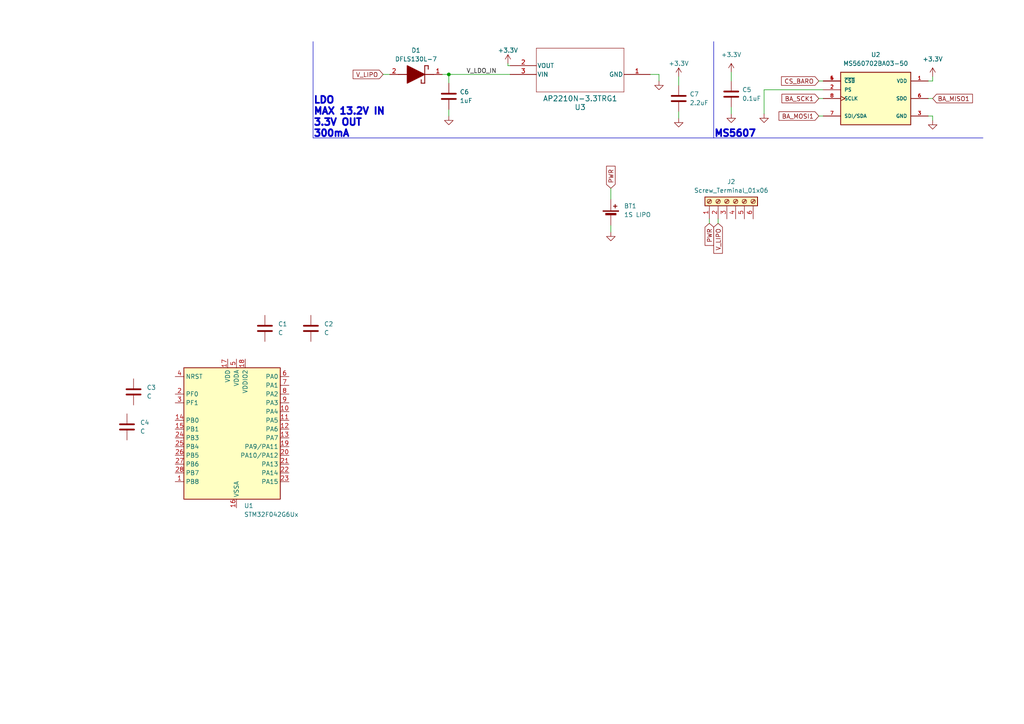
<source format=kicad_sch>
(kicad_sch (version 20230121) (generator eeschema)
  (paper "A4")
  (lib_symbols
    (symbol "AP2210N_3_3TRG1:AP2210N-3.3TRG1" (pin_names (offset 0.254))
      (property "Reference" "U" (at 20.32 10.16 0))
      (property "Value" "AP2210N-3.3TRG1" (at 20.32 7.62 0))
      (symbol "AP2210N-3.3TRG1_0_1"
        (polyline (pts (xy 7.62 -7.62) (xy 33.02 -7.62)) (stroke (width 0.127)))
        (polyline (pts (xy 7.62 5.08) (xy 7.62 -7.62)) (stroke (width 0.127)))
        (polyline (pts (xy 33.02 -7.62) (xy 33.02 5.08)) (stroke (width 0.127)))
        (polyline (pts (xy 33.02 5.08) (xy 7.62 5.08)) (stroke (width 0.127)))
        (pin power_out line (at 0 0 0) (length 7.62) (name "GND") (number "1"))
        (pin output line (at 40.64 -2.54 180) (length 7.62) (name "VOUT") (number "2"))
        (pin unspecified line (at 40.64 0 180) (length 7.62) (name "VIN") (number "3"))
      )
    )
    (symbol "Connector:Screw_Terminal_01x06" (pin_names (offset 1.016) hide)
      (property "Reference" "J" (at 0 7.62 0))
      (property "Value" "Screw_Terminal_01x06" (at 0 -10.16 0))
      (symbol "Screw_Terminal_01x06_1_1"
        (rectangle (start -1.27 6.35) (end 1.27 -8.89) (stroke (width 0.254)) (fill (type background)))
        (circle (center 0 -7.62) (radius 0.635) (stroke (width 0.1524)))
        (circle (center 0 -5.08) (radius 0.635) (stroke (width 0.1524)))
        (circle (center 0 -2.54) (radius 0.635) (stroke (width 0.1524)))
        (polyline (pts (xy -0.5334 -7.2898) (xy 0.3302 -8.128)) (stroke (width 0.1524)))
        (polyline (pts (xy -0.5334 -4.7498) (xy 0.3302 -5.588)) (stroke (width 0.1524)))
        (polyline (pts (xy -0.5334 -2.2098) (xy 0.3302 -3.048)) (stroke (width 0.1524)))
        (polyline (pts (xy -0.5334 0.3302) (xy 0.3302 -0.508)) (stroke (width 0.1524)))
        (polyline (pts (xy -0.5334 2.8702) (xy 0.3302 2.032)) (stroke (width 0.1524)))
        (polyline (pts (xy -0.5334 5.4102) (xy 0.3302 4.572)) (stroke (width 0.1524)))
        (polyline (pts (xy -0.3556 -7.112) (xy 0.508 -7.9502)) (stroke (width 0.1524)))
        (polyline (pts (xy -0.3556 -4.572) (xy 0.508 -5.4102)) (stroke (width 0.1524)))
        (polyline (pts (xy -0.3556 -2.032) (xy 0.508 -2.8702)) (stroke (width 0.1524)))
        (polyline (pts (xy -0.3556 0.508) (xy 0.508 -0.3302)) (stroke (width 0.1524)))
        (polyline (pts (xy -0.3556 3.048) (xy 0.508 2.2098)) (stroke (width 0.1524)))
        (polyline (pts (xy -0.3556 5.588) (xy 0.508 4.7498)) (stroke (width 0.1524)))
        (circle (center 0 0) (radius 0.635) (stroke (width 0.1524)))
        (circle (center 0 2.54) (radius 0.635) (stroke (width 0.1524)))
        (circle (center 0 5.08) (radius 0.635) (stroke (width 0.1524)))
        (pin passive line (at -5.08 5.08 0) (length 3.81) (name "Pin_1") (number "1"))
        (pin passive line (at -5.08 2.54 0) (length 3.81) (name "Pin_2") (number "2"))
        (pin passive line (at -5.08 0 0) (length 3.81) (name "Pin_3") (number "3"))
        (pin passive line (at -5.08 -2.54 0) (length 3.81) (name "Pin_4") (number "4"))
        (pin passive line (at -5.08 -5.08 0) (length 3.81) (name "Pin_5") (number "5"))
        (pin passive line (at -5.08 -7.62 0) (length 3.81) (name "Pin_6") (number "6"))
      )
    )
    (symbol "DFLS130L-7:DFLS130L-7" (pin_names hide)
      (property "Reference" "D" (at 12.7 8.89 0))
      (property "Value" "DFLS130L-7" (at 12.7 6.35 0))
      (symbol "DFLS130L-7_1_1"
        (polyline (pts (xy 5.08 0) (xy 7.62 0)) (stroke (width 0.254)))
        (polyline (pts (xy 6.604 -1.524) (xy 6.604 -2.54)) (stroke (width 0.254)))
        (polyline (pts (xy 7.62 -2.54) (xy 6.604 -2.54)) (stroke (width 0.254)))
        (polyline (pts (xy 7.62 2.54) (xy 7.62 -2.54)) (stroke (width 0.254)))
        (polyline (pts (xy 7.62 2.54) (xy 8.636 2.54)) (stroke (width 0.254)))
        (polyline (pts (xy 8.636 1.524) (xy 8.636 2.54)) (stroke (width 0.254)))
        (polyline (pts (xy 12.7 0) (xy 15.24 0)) (stroke (width 0.254)))
        (polyline (pts (xy 7.62 0) (xy 12.7 2.54) (xy 12.7 -2.54) (xy 7.62 0)) (stroke (width 0.254)) (fill (type outline)))
        (pin passive line (at 2.54 0 0) (length 2.54) (name "K") (number "1"))
        (pin passive line (at 17.78 0 180) (length 2.54) (name "A") (number "2"))
      )
    )
    (symbol "Device:Battery_Cell" (pin_numbers hide) (pin_names (offset 0) hide)
      (property "Reference" "BT" (at 2.54 2.54 0))
      (property "Value" "Battery_Cell" (at 2.54 0 0))
      (symbol "Battery_Cell_0_1"
        (rectangle (start -2.286 1.778) (end 2.286 1.524) (fill (type outline)))
        (rectangle (start -1.524 1.016) (end 1.524 0.508) (fill (type outline)))
        (polyline (pts (xy 0 0.762) (xy 0 0)))
        (polyline (pts (xy 0 1.778) (xy 0 2.54)))
        (polyline (pts (xy 0.762 3.048) (xy 1.778 3.048)) (stroke (width 0.254)))
        (polyline (pts (xy 1.27 3.556) (xy 1.27 2.54)) (stroke (width 0.254)))
      )
      (symbol "Battery_Cell_1_1"
        (pin passive line (at 0 5.08 270) (length 2.54) (name "+") (number "1"))
        (pin passive line (at 0 -2.54 90) (length 2.54) (name "-") (number "2"))
      )
    )
    (symbol "Device:C" (pin_numbers hide) (pin_names (offset 0.254))
      (property "Reference" "C" (at 0.635 2.54 0))
      (property "Value" "C" (at 0.635 -2.54 0))
      (symbol "C_0_1"
        (polyline (pts (xy -2.032 -0.762) (xy 2.032 -0.762)) (stroke (width 0.508)))
        (polyline (pts (xy -2.032 0.762) (xy 2.032 0.762)) (stroke (width 0.508)))
      )
      (symbol "C_1_1"
        (pin passive line (at 0 3.81 270) (length 2.794) (name "~") (number "1"))
        (pin passive line (at 0 -3.81 90) (length 2.794) (name "~") (number "2"))
      )
    )
    (symbol "MCU_ST_STM32F0:STM32F042G6Ux"
      (property "Reference" "U" (at -12.7 21.59 0))
      (property "Value" "STM32F042G6Ux" (at 7.62 21.59 0))
      (symbol "STM32F042G6Ux_0_1"
        (rectangle (start -12.7 -17.78) (end 15.24 20.32) (stroke (width 0.254)) (fill (type background)))
      )
      (symbol "STM32F042G6Ux_1_1"
        (pin bidirectional line (at -15.24 -12.7 0) (length 2.54) (name "PB8") (number "1"))
        (pin bidirectional line (at 17.78 7.62 180) (length 2.54) (name "PA4") (number "10"))
        (pin bidirectional line (at 17.78 5.08 180) (length 2.54) (name "PA5") (number "11"))
        (pin bidirectional line (at 17.78 2.54 180) (length 2.54) (name "PA6") (number "12"))
        (pin bidirectional line (at 17.78 0 180) (length 2.54) (name "PA7") (number "13"))
        (pin bidirectional line (at -15.24 5.08 0) (length 2.54) (name "PB0") (number "14"))
        (pin bidirectional line (at -15.24 2.54 0) (length 2.54) (name "PB1") (number "15"))
        (pin power_in line (at 2.54 -20.32 90) (length 2.54) (name "VSSA") (number "16"))
        (pin power_in line (at 0 22.86 270) (length 2.54) (name "VDD") (number "17"))
        (pin power_in line (at 5.08 22.86 270) (length 2.54) (name "VDDIO2") (number "18"))
        (pin bidirectional line (at 17.78 -2.54 180) (length 2.54) (name "PA9/PA11") (number "19"))
        (pin bidirectional line (at -15.24 12.7 0) (length 2.54) (name "PF0") (number "2"))
        (pin bidirectional line (at 17.78 -5.08 180) (length 2.54) (name "PA10/PA12") (number "20"))
        (pin bidirectional line (at 17.78 -7.62 180) (length 2.54) (name "PA13") (number "21"))
        (pin bidirectional line (at 17.78 -10.16 180) (length 2.54) (name "PA14") (number "22"))
        (pin bidirectional line (at 17.78 -12.7 180) (length 2.54) (name "PA15") (number "23"))
        (pin bidirectional line (at -15.24 0 0) (length 2.54) (name "PB3") (number "24"))
        (pin bidirectional line (at -15.24 -2.54 0) (length 2.54) (name "PB4") (number "25"))
        (pin bidirectional line (at -15.24 -5.08 0) (length 2.54) (name "PB5") (number "26"))
        (pin bidirectional line (at -15.24 -7.62 0) (length 2.54) (name "PB6") (number "27"))
        (pin bidirectional line (at -15.24 -10.16 0) (length 2.54) (name "PB7") (number "28"))
        (pin bidirectional line (at -15.24 10.16 0) (length 2.54) (name "PF1") (number "3"))
        (pin input line (at -15.24 17.78 0) (length 2.54) (name "NRST") (number "4"))
        (pin power_in line (at 2.54 22.86 270) (length 2.54) (name "VDDA") (number "5"))
        (pin bidirectional line (at 17.78 17.78 180) (length 2.54) (name "PA0") (number "6"))
        (pin bidirectional line (at 17.78 15.24 180) (length 2.54) (name "PA1") (number "7"))
        (pin bidirectional line (at 17.78 12.7 180) (length 2.54) (name "PA2") (number "8"))
        (pin bidirectional line (at 17.78 10.16 180) (length 2.54) (name "PA3") (number "9"))
      )
    )
    (symbol "MS560702BA03-50:MS560702BA03-50" (pin_names (offset 1.016))
      (property "Reference" "U" (at -10.1694 8.3898 0))
      (property "Value" "MS560702BA03-50" (at -10.1682 -10.1682 0))
      (symbol "MS560702BA03-50_0_0"
        (rectangle (start -10.16 -7.62) (end 10.16 7.62) (stroke (width 0.254)) (fill (type background)))
        (pin power_in line (at 15.24 5.08 180) (length 5.08) (name "VDD") (number "1"))
        (pin input line (at -15.24 2.54 0) (length 5.08) (name "PS") (number "2"))
        (pin power_in line (at 15.24 -5.08 180) (length 5.08) (name "GND") (number "3"))
        (pin input line (at -15.24 5.08 0) (length 5.08) (name "~{CSB}") (number "4"))
        (pin input line (at -15.24 5.08 0) (length 5.08) (name "~{CSB}") (number "5"))
        (pin output line (at 15.24 0 180) (length 5.08) (name "SDO") (number "6"))
        (pin bidirectional line (at -15.24 -5.08 0) (length 5.08) (name "SDI/SDA") (number "7"))
        (pin input clock (at -15.24 0 0) (length 5.08) (name "SCLK") (number "8"))
      )
    )
    (symbol "power:+3.3V" (power) (pin_names (offset 0))
      (property "Value" "+3.3V" (at 0 3.556 0))
      (symbol "+3.3V_0_1"
        (polyline (pts (xy -0.762 1.27) (xy 0 2.54)))
        (polyline (pts (xy 0 0) (xy 0 2.54)))
        (polyline (pts (xy 0 2.54) (xy 0.762 1.27)))
      )
      (symbol "+3.3V_1_1"
        (pin power_in line (at 0 0 90) (length 0) hide (name "+3.3V") (number "1"))
      )
    )
    (symbol "power:GND" (power) (pin_names (offset 0))
      (property "Value" "GND" (at 0 -3.81 0))
      (symbol "GND_0_1"
        (polyline (pts (xy 0 0) (xy 0 -1.27) (xy 1.27 -1.27) (xy 0 -2.54) (xy -1.27 -1.27) (xy 0 -1.27)))
      )
      (symbol "GND_1_1"
        (pin power_in line (at 0 0 270) (length 0) hide (name "GND") (number "1"))
      )
    )
  )
  (junction (at 130.175 21.59))
  (wire (pts (xy 270.51 23.495) (xy 270.51 22.225)))
  (wire (pts (xy 237.49 33.655) (xy 238.76 33.655)))
  (wire (pts (xy 208.28 64.77) (xy 208.28 63.5)))
  (polyline (pts (xy 90.805 12.065) (xy 90.805 40.005)))
  (wire (pts (xy 269.24 28.575) (xy 270.51 28.575)))
  (wire (pts (xy 188.595 21.59) (xy 191.135 21.59)))
  (polyline (pts (xy 207.01 40.005) (xy 90.805 40.005)))
  (wire (pts (xy 237.49 28.575) (xy 238.76 28.575)))
  (wire (pts (xy 269.24 33.655) (xy 270.51 33.655)))
  (wire (pts (xy 177.165 54.61) (xy 177.165 57.785)))
  (wire (pts (xy 205.74 64.77) (xy 205.74 63.5)))
  (polyline (pts (xy 207.01 40.005) (xy 285.115 40.005)))
  (wire (pts (xy 177.165 67.31) (xy 177.165 65.405)))
  (wire (pts (xy 128.27 21.59) (xy 130.175 21.59)))
  (wire (pts (xy 196.85 34.29) (xy 196.85 32.385)))
  (wire (pts (xy 221.615 26.035) (xy 221.615 33.02)))
  (polyline (pts (xy 207.01 12.065) (xy 207.01 40.005)))
  (wire (pts (xy 212.09 23.495) (xy 212.09 20.955)))
  (wire (pts (xy 212.09 33.02) (xy 212.09 31.115)))
  (wire (pts (xy 238.76 26.035) (xy 221.615 26.035)))
  (wire (pts (xy 270.51 33.655) (xy 270.51 34.925)))
  (wire (pts (xy 196.85 22.225) (xy 196.85 24.765)))
  (wire (pts (xy 237.49 23.495) (xy 238.76 23.495)))
  (wire (pts (xy 130.175 21.59) (xy 147.955 21.59)))
  (wire (pts (xy 270.51 23.495) (xy 269.24 23.495)))
  (wire (pts (xy 191.135 23.495) (xy 191.135 21.59)))
  (wire (pts (xy 111.125 21.59) (xy 113.03 21.59)))
  (wire (pts (xy 147.32 19.05) (xy 147.32 18.415)))
  (wire (pts (xy 130.175 33.655) (xy 130.175 31.75)))
  (wire (pts (xy 147.32 19.05) (xy 147.955 19.05)))
  (wire (pts (xy 130.175 21.59) (xy 130.175 24.13)))
  (text "MS5607" (at 207.01 40.005 0) (effects (font (size 2 2) (thickness 0.6) bold) (justify left bottom)))
  (text "LDO \nMAX 13.2V IN\n3.3V OUT\n300mA\n" (at 90.805 40.005 0) (effects (font (size 2 2) (thickness 0.6) bold) (justify left bottom)))
  (label "V_LDO_IN" (at 135.255 21.59 0))
  (global_label "V_LIPO" (shape input) (at 111.125 21.59 180) (property "Intersheetrefs" "${INTERSHEET_REFS}" (effects hide)))
  (global_label "CS_BARO" (shape input) (at 237.49 23.495 180) (property "Intersheetrefs" "${INTERSHEET_REFS}" (effects hide)))
  (global_label "V_LIPO" (shape input) (at 208.28 64.77 270) (property "Intersheetrefs" "${INTERSHEET_REFS}" (effects hide)))
  (global_label "BA_SCK1" (shape input) (at 237.49 28.575 180) (property "Intersheetrefs" "${INTERSHEET_REFS}" (effects hide)))
  (global_label "BA_MISO1" (shape input) (at 270.51 28.575 0) (property "Intersheetrefs" "${INTERSHEET_REFS}" (effects hide)))
  (global_label "PWR" (shape input) (at 205.74 64.77 270) (property "Intersheetrefs" "${INTERSHEET_REFS}" (effects hide)))
  (global_label "PWR" (shape input) (at 177.165 54.61 90) (property "Intersheetrefs" "${INTERSHEET_REFS}" (effects hide)))
  (global_label "BA_MOSI1" (shape input) (at 237.49 33.655 180) (property "Intersheetrefs" "${INTERSHEET_REFS}" (effects hide)))
  (symbol (lib_id "power:+3.3V") (at 212.09 20.955 0) (unit 1)
    (property "Reference" "#PWR03" (effects hide))
    (property "Value" "+3.3V" (at 212.09 15.875 0))
  )
  (symbol (lib_id "power:GND") (at 191.135 23.495 0) (unit 1)
    (property "Reference" "#PWR08" (effects hide))
    (property "Value" "GND" (effects hide))
  )
  (symbol (lib_id "Connector:Screw_Terminal_01x06") (at 210.82 58.42 90) (unit 1)
    (property "Reference" "J2" (at 212.09 52.705 90))
    (property "Value" "Screw_Terminal_01x06" (at 212.09 55.245 90))
  )
  (symbol (lib_id "power:GND") (at 221.615 33.02 0) (unit 1)
    (property "Reference" "#PWR01" (effects hide))
    (property "Value" "GND" (effects hide))
  )
  (symbol (lib_id "power:+3.3V") (at 147.32 18.415 0) (unit 1)
    (property "Reference" "#PWR09" (effects hide))
    (property "Value" "+3.3V" (at 147.32 14.605 0))
  )
  (symbol (lib_id "Device:C") (at 76.835 95.25 0) (unit 1)
    (property "Reference" "C1" (at 80.645 93.98 0) (effects (justify left)))
    (property "Value" "C" (at 80.645 96.52 0) (effects (justify left)))
  )
  (symbol (lib_id "power:+3.3V") (at 196.85 22.225 0) (unit 1)
    (property "Reference" "#PWR011" (effects hide))
    (property "Value" "+3.3V" (at 196.85 18.415 0))
  )
  (symbol (lib_id "MCU_ST_STM32F0:STM32F042G6Ux") (at 66.04 127 0) (unit 1)
    (property "Reference" "U1" (at 70.7741 146.685 0) (effects (justify left)))
    (property "Value" "STM32F042G6Ux" (at 70.7741 149.225 0) (effects (justify left)))
    (property "Footprint" "Package_DFN_QFN:QFN-28_4x4mm_P0.5mm" (effects hide))
    (property "Datasheet" "https://www.st.com/resource/en/datasheet/stm32f042g6.pdf" (effects hide))
  )
  (symbol (lib_id "MS560702BA03-50:MS560702BA03-50") (at 254 28.575 0) (unit 1)
    (property "Reference" "U2" (at 254 15.875 0))
    (property "Value" "MS560702BA03-50" (at 254 18.415 0))
    (property "Footprint" "MS560702BA03-50:SON125P300X500X100-8N" (effects hide))
    (property "Comment" "MS560702BA03-50" (effects hide))
  )
  (symbol (lib_id "power:GND") (at 196.85 34.29 0) (unit 1)
    (property "Reference" "#PWR010" (effects hide))
    (property "Value" "GND" (effects hide))
  )
  (symbol (lib_id "power:GND") (at 270.51 34.925 0) (unit 1)
    (property "Reference" "#PWR02" (effects hide))
    (property "Value" "GND" (effects hide))
  )
  (symbol (lib_id "Device:C") (at 212.09 27.305 0) (unit 1)
    (property "Reference" "C5" (at 215.265 26.035 0) (effects (justify left)))
    (property "Value" "0.1uF" (at 215.265 28.575 0) (effects (justify left)))
  )
  (symbol (lib_id "Device:C") (at 196.85 28.575 0) (unit 1)
    (property "Reference" "C7" (at 200.025 27.305 0) (effects (justify left)))
    (property "Value" "2.2uF" (at 200.025 29.845 0) (effects (justify left)))
  )
  (symbol (lib_id "Device:C") (at 36.83 123.825 0) (unit 1)
    (property "Reference" "C4" (at 40.64 122.555 0) (effects (justify left)))
    (property "Value" "C" (at 40.64 125.095 0) (effects (justify left)))
  )
  (symbol (lib_id "Device:Battery_Cell") (at 177.165 62.865 0) (unit 1)
    (property "Reference" "BT1" (at 180.975 59.7535 0) (effects (justify left)))
    (property "Value" "1S LIPO" (at 180.975 62.2935 0) (effects (justify left)))
  )
  (symbol (lib_id "power:GND") (at 177.165 67.31 0) (unit 1)
    (property "Reference" "#PWR06" (effects hide))
    (property "Value" "GND" (effects hide))
  )
  (symbol (lib_id "Device:C") (at 130.175 27.94 0) (unit 1)
    (property "Reference" "C6" (at 133.35 26.67 0) (effects (justify left)))
    (property "Value" "1uF" (at 133.35 29.21 0) (effects (justify left)))
  )
  (symbol (lib_id "Device:C") (at 38.735 113.665 0) (unit 1)
    (property "Reference" "C3" (at 42.545 112.395 0) (effects (justify left)))
    (property "Value" "C" (at 42.545 114.935 0) (effects (justify left)))
  )
  (symbol (lib_id "power:+3.3V") (at 270.51 22.225 0) (unit 1)
    (property "Reference" "#PWR05" (effects hide))
    (property "Value" "+3.3V" (at 270.51 17.145 0))
  )
  (symbol (lib_id "DFLS130L-7:DFLS130L-7") (at 130.81 21.59 180) (unit 1)
    (property "Reference" "D1" (at 120.65 14.605 0))
    (property "Value" "DFLS130L-7" (at 120.65 17.145 0))
    (property "Footprint" "DFLS130L7" (effects hide))
    (property "Datasheet" "https://www.diodes.com//assets/Datasheets/DFLS130L.pdf" (effects hide))
    (property "Height" "1" (effects hide))
    (property "Mouser Part Number" "621-DFLS130L" (effects hide))
    (property "Mouser Price/Stock" "https://www.mouser.co.uk/ProductDetail/Diodes-Incorporated/DFLS130L-7?qs=JV7lzlMm3yLedTETABmZ1A%3D%3D" (effects hide))
    (property "Manufacturer_Name" "Diodes Incorporated" (effects hide))
    (property "Manufacturer_Part_Number" "DFLS130L-7" (effects hide))
  )
  (symbol (lib_id "Device:C") (at 90.17 95.25 0) (unit 1)
    (property "Reference" "C2" (at 93.98 93.98 0) (effects (justify left)))
    (property "Value" "C" (at 93.98 96.52 0) (effects (justify left)))
  )
  (symbol (lib_id "power:GND") (at 130.175 33.655 0) (unit 1)
    (property "Reference" "#PWR07" (effects hide))
    (property "Value" "GND" (effects hide))
  )
  (symbol (lib_id "power:GND") (at 212.09 33.02 0) (unit 1)
    (property "Reference" "#PWR04" (effects hide))
    (property "Value" "GND" (effects hide))
  )
  (symbol (lib_id "AP2210N_3_3TRG1:AP2210N-3.3TRG1") (at 188.595 21.59 180) (unit 1)
    (property "Reference" "U3" (at 168.275 31.115 0) (effects (font (size 1.524 1.524))))
    (property "Value" "AP2210N-3.3TRG1" (at 168.275 28.575 0) (effects (font (size 1.524 1.524))))
    (property "Footprint" "SOT_3.3TRG1_DIO" (effects hide))
    (property "Datasheet" "AP2210N-3.3TRG1" (effects hide))
  )
)
</source>
